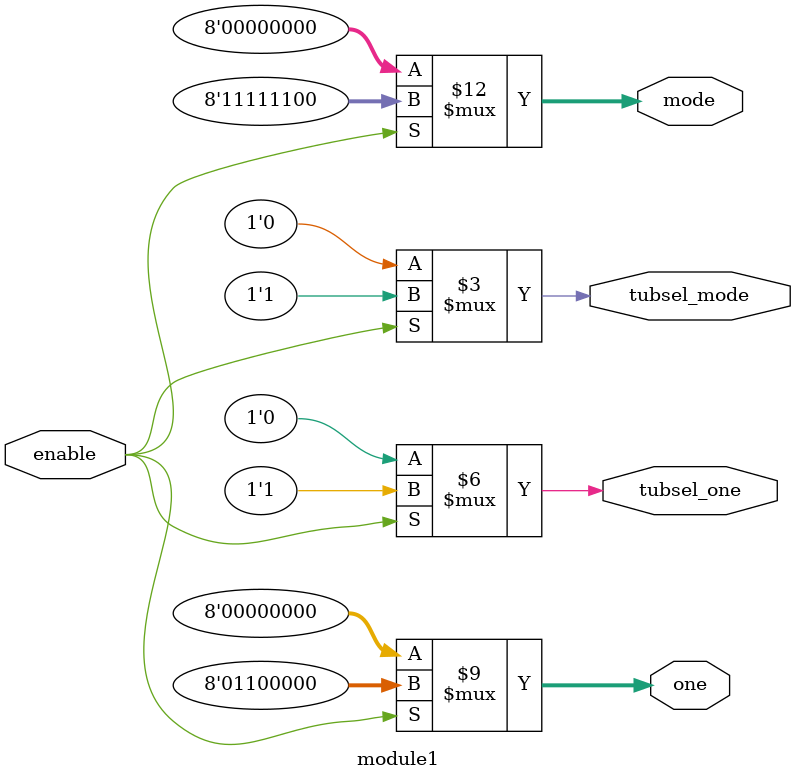
<source format=v>
module module1(
    input enable,
    output reg[7:0] mode,
    output reg[7:0] one,
    output reg tubsel_mode,
    output reg tubsel_one
    );
    
        always @* begin
            if(enable)begin
                mode=8'b1111_1100;
                one = 8'b0110_0000;
                tubsel_one=1'b1;
                tubsel_mode=1'b1;
            end
            else begin
                mode=8'b0000_0000;
                one=8'b0000_0000;
                tubsel_one=1'b0;
                tubsel_mode=1'b0;
            end
        end
endmodule

</source>
